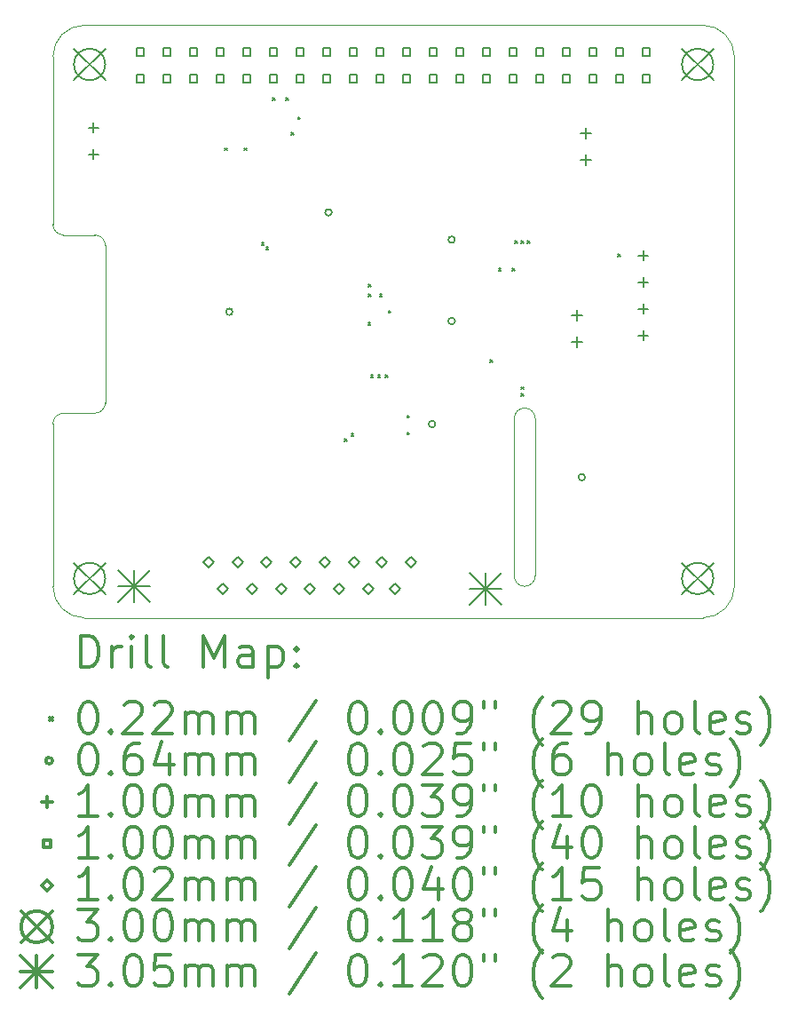
<source format=gbr>
%FSLAX45Y45*%
G04 Gerber Fmt 4.5, Leading zero omitted, Abs format (unit mm)*
G04 Created by KiCad (PCBNEW 4.0.7-e1-6374~58~ubuntu16.04.1) date Tue Aug 22 17:37:20 2017*
%MOMM*%
%LPD*%
G01*
G04 APERTURE LIST*
%ADD10C,0.127000*%
%ADD11C,0.100000*%
%ADD12C,0.200000*%
%ADD13C,0.300000*%
G04 APERTURE END LIST*
D10*
D11*
X15092000Y-10857000D02*
G75*
G03X14992000Y-10757000I-100000J0D01*
G01*
X14992000Y-10757000D02*
G75*
G03X14892000Y-10857000I0J-100000D01*
G01*
X10492000Y-10907000D02*
X10492000Y-12457000D01*
X10492000Y-9007000D02*
X10492000Y-7407000D01*
X10892000Y-10807000D02*
X10592000Y-10807000D01*
X10992000Y-9207000D02*
X10992000Y-10707000D01*
X10592000Y-9107000D02*
X10892000Y-9107000D01*
X10892000Y-10807000D02*
G75*
G03X10992000Y-10707000I0J100000D01*
G01*
X10992000Y-9207000D02*
G75*
G03X10892000Y-9107000I-100000J0D01*
G01*
X10592000Y-10807000D02*
G75*
G03X10492000Y-10907000I0J-100000D01*
G01*
X10492000Y-9007000D02*
G75*
G03X10592000Y-9107000I100000J0D01*
G01*
X14892000Y-12357000D02*
X14892000Y-10857000D01*
X15092000Y-10857000D02*
X15092000Y-12357000D01*
X14992000Y-12457000D02*
G75*
G03X15092000Y-12357000I0J100000D01*
G01*
X14892000Y-12357000D02*
G75*
G03X14992000Y-12457000I100000J0D01*
G01*
X16692000Y-12757000D02*
X10792000Y-12757000D01*
X16992000Y-7407000D02*
X16992000Y-12457000D01*
X10792000Y-7107000D02*
X16692000Y-7107000D01*
X16692000Y-12757000D02*
G75*
G03X16992000Y-12457000I0J300000D01*
G01*
X10792000Y-7107000D02*
G75*
G03X10492000Y-7407000I0J-300000D01*
G01*
X16992000Y-7407000D02*
G75*
G03X16692000Y-7107000I-300000J0D01*
G01*
X10492000Y-12457000D02*
G75*
G03X10792000Y-12757000I300000J0D01*
G01*
D12*
X12130000Y-8280000D02*
X12152000Y-8302000D01*
X12152000Y-8280000D02*
X12130000Y-8302000D01*
X12320000Y-8280000D02*
X12342000Y-8302000D01*
X12342000Y-8280000D02*
X12320000Y-8302000D01*
X12481000Y-9181000D02*
X12503000Y-9203000D01*
X12503000Y-9181000D02*
X12481000Y-9203000D01*
X12524000Y-9224000D02*
X12546000Y-9246000D01*
X12546000Y-9224000D02*
X12524000Y-9246000D01*
X12586000Y-7802000D02*
X12608000Y-7824000D01*
X12608000Y-7802000D02*
X12586000Y-7824000D01*
X12715000Y-7802000D02*
X12737000Y-7824000D01*
X12737000Y-7802000D02*
X12715000Y-7824000D01*
X12765000Y-8130891D02*
X12787000Y-8152891D01*
X12787000Y-8130891D02*
X12765000Y-8152891D01*
X12830000Y-7980891D02*
X12852000Y-8002891D01*
X12852000Y-7980891D02*
X12830000Y-8002891D01*
X13272000Y-11053000D02*
X13294000Y-11075000D01*
X13294000Y-11053000D02*
X13272000Y-11075000D01*
X13337000Y-10999000D02*
X13359000Y-11021000D01*
X13359000Y-10999000D02*
X13337000Y-11021000D01*
X13499000Y-9940000D02*
X13521000Y-9962000D01*
X13521000Y-9940000D02*
X13499000Y-9962000D01*
X13504000Y-9580001D02*
X13526000Y-9602001D01*
X13526000Y-9580001D02*
X13504000Y-9602001D01*
X13504000Y-9673000D02*
X13526000Y-9695000D01*
X13526000Y-9673000D02*
X13504000Y-9695000D01*
X13525000Y-10443000D02*
X13547000Y-10465000D01*
X13547000Y-10443000D02*
X13525000Y-10465000D01*
X13592000Y-10443000D02*
X13614000Y-10465000D01*
X13614000Y-10443000D02*
X13592000Y-10465000D01*
X13608000Y-9671000D02*
X13630000Y-9693000D01*
X13630000Y-9671000D02*
X13608000Y-9693000D01*
X13662000Y-10442000D02*
X13684000Y-10464000D01*
X13684000Y-10442000D02*
X13662000Y-10464000D01*
X13695000Y-9829000D02*
X13717000Y-9851000D01*
X13717000Y-9829000D02*
X13695000Y-9851000D01*
X13870000Y-10828000D02*
X13892000Y-10850000D01*
X13892000Y-10828000D02*
X13870000Y-10850000D01*
X13870000Y-10988000D02*
X13892000Y-11010000D01*
X13892000Y-10988000D02*
X13870000Y-11010000D01*
X14662000Y-10299000D02*
X14684000Y-10321000D01*
X14684000Y-10299000D02*
X14662000Y-10321000D01*
X14742340Y-9425000D02*
X14764340Y-9447000D01*
X14764340Y-9425000D02*
X14742340Y-9447000D01*
X14873000Y-9425000D02*
X14895000Y-9447000D01*
X14895000Y-9425000D02*
X14873000Y-9447000D01*
X14901000Y-9163000D02*
X14923000Y-9185000D01*
X14923000Y-9163000D02*
X14901000Y-9185000D01*
X14957000Y-10557000D02*
X14979000Y-10579000D01*
X14979000Y-10557000D02*
X14957000Y-10579000D01*
X14957000Y-10622000D02*
X14979000Y-10644000D01*
X14979000Y-10622000D02*
X14957000Y-10644000D01*
X14958000Y-9163000D02*
X14980000Y-9185000D01*
X14980000Y-9163000D02*
X14958000Y-9185000D01*
X15016000Y-9163000D02*
X15038000Y-9185000D01*
X15038000Y-9163000D02*
X15016000Y-9185000D01*
X15881000Y-9290000D02*
X15903000Y-9312000D01*
X15903000Y-9290000D02*
X15881000Y-9312000D01*
X12206250Y-9839500D02*
G75*
G03X12206250Y-9839500I-31750J0D01*
G01*
X13152750Y-8893000D02*
G75*
G03X13152750Y-8893000I-31750J0D01*
G01*
X14139750Y-10910000D02*
G75*
G03X14139750Y-10910000I-31750J0D01*
G01*
X14326750Y-9152000D02*
G75*
G03X14326750Y-9152000I-31750J0D01*
G01*
X14326750Y-9928000D02*
G75*
G03X14326750Y-9928000I-31750J0D01*
G01*
X15567750Y-11416000D02*
G75*
G03X15567750Y-11416000I-31750J0D01*
G01*
X10880000Y-8032500D02*
X10880000Y-8132500D01*
X10830000Y-8082500D02*
X10930000Y-8082500D01*
X10880000Y-8286500D02*
X10880000Y-8386500D01*
X10830000Y-8336500D02*
X10930000Y-8336500D01*
X15491000Y-9821000D02*
X15491000Y-9921000D01*
X15441000Y-9871000D02*
X15541000Y-9871000D01*
X15491000Y-10075000D02*
X15491000Y-10175000D01*
X15441000Y-10125000D02*
X15541000Y-10125000D01*
X15572385Y-8087571D02*
X15572385Y-8187571D01*
X15522385Y-8137571D02*
X15622385Y-8137571D01*
X15572385Y-8341571D02*
X15572385Y-8441571D01*
X15522385Y-8391571D02*
X15622385Y-8391571D01*
X16122229Y-9251822D02*
X16122229Y-9351822D01*
X16072229Y-9301822D02*
X16172229Y-9301822D01*
X16122229Y-9505822D02*
X16122229Y-9605822D01*
X16072229Y-9555822D02*
X16172229Y-9555822D01*
X16122229Y-9759822D02*
X16122229Y-9859822D01*
X16072229Y-9809822D02*
X16172229Y-9809822D01*
X16122229Y-10013822D02*
X16122229Y-10113822D01*
X16072229Y-10063822D02*
X16172229Y-10063822D01*
X11362382Y-7398382D02*
X11362382Y-7327617D01*
X11291617Y-7327617D01*
X11291617Y-7398382D01*
X11362382Y-7398382D01*
X11362382Y-7652382D02*
X11362382Y-7581617D01*
X11291617Y-7581617D01*
X11291617Y-7652382D01*
X11362382Y-7652382D01*
X11616382Y-7398382D02*
X11616382Y-7327617D01*
X11545617Y-7327617D01*
X11545617Y-7398382D01*
X11616382Y-7398382D01*
X11616382Y-7652382D02*
X11616382Y-7581617D01*
X11545617Y-7581617D01*
X11545617Y-7652382D01*
X11616382Y-7652382D01*
X11870382Y-7398382D02*
X11870382Y-7327617D01*
X11799617Y-7327617D01*
X11799617Y-7398382D01*
X11870382Y-7398382D01*
X11870382Y-7652382D02*
X11870382Y-7581617D01*
X11799617Y-7581617D01*
X11799617Y-7652382D01*
X11870382Y-7652382D01*
X12124382Y-7398382D02*
X12124382Y-7327617D01*
X12053617Y-7327617D01*
X12053617Y-7398382D01*
X12124382Y-7398382D01*
X12124382Y-7652382D02*
X12124382Y-7581617D01*
X12053617Y-7581617D01*
X12053617Y-7652382D01*
X12124382Y-7652382D01*
X12378382Y-7398382D02*
X12378382Y-7327617D01*
X12307617Y-7327617D01*
X12307617Y-7398382D01*
X12378382Y-7398382D01*
X12378382Y-7652382D02*
X12378382Y-7581617D01*
X12307617Y-7581617D01*
X12307617Y-7652382D01*
X12378382Y-7652382D01*
X12632382Y-7398382D02*
X12632382Y-7327617D01*
X12561617Y-7327617D01*
X12561617Y-7398382D01*
X12632382Y-7398382D01*
X12632382Y-7652382D02*
X12632382Y-7581617D01*
X12561617Y-7581617D01*
X12561617Y-7652382D01*
X12632382Y-7652382D01*
X12886382Y-7398382D02*
X12886382Y-7327617D01*
X12815617Y-7327617D01*
X12815617Y-7398382D01*
X12886382Y-7398382D01*
X12886382Y-7652382D02*
X12886382Y-7581617D01*
X12815617Y-7581617D01*
X12815617Y-7652382D01*
X12886382Y-7652382D01*
X13140382Y-7398382D02*
X13140382Y-7327617D01*
X13069617Y-7327617D01*
X13069617Y-7398382D01*
X13140382Y-7398382D01*
X13140382Y-7652382D02*
X13140382Y-7581617D01*
X13069617Y-7581617D01*
X13069617Y-7652382D01*
X13140382Y-7652382D01*
X13394382Y-7398382D02*
X13394382Y-7327617D01*
X13323617Y-7327617D01*
X13323617Y-7398382D01*
X13394382Y-7398382D01*
X13394382Y-7652382D02*
X13394382Y-7581617D01*
X13323617Y-7581617D01*
X13323617Y-7652382D01*
X13394382Y-7652382D01*
X13648382Y-7398382D02*
X13648382Y-7327617D01*
X13577617Y-7327617D01*
X13577617Y-7398382D01*
X13648382Y-7398382D01*
X13648382Y-7652382D02*
X13648382Y-7581617D01*
X13577617Y-7581617D01*
X13577617Y-7652382D01*
X13648382Y-7652382D01*
X13902382Y-7398382D02*
X13902382Y-7327617D01*
X13831617Y-7327617D01*
X13831617Y-7398382D01*
X13902382Y-7398382D01*
X13902382Y-7652382D02*
X13902382Y-7581617D01*
X13831617Y-7581617D01*
X13831617Y-7652382D01*
X13902382Y-7652382D01*
X14156382Y-7398382D02*
X14156382Y-7327617D01*
X14085617Y-7327617D01*
X14085617Y-7398382D01*
X14156382Y-7398382D01*
X14156382Y-7652382D02*
X14156382Y-7581617D01*
X14085617Y-7581617D01*
X14085617Y-7652382D01*
X14156382Y-7652382D01*
X14410382Y-7398382D02*
X14410382Y-7327617D01*
X14339617Y-7327617D01*
X14339617Y-7398382D01*
X14410382Y-7398382D01*
X14410382Y-7652382D02*
X14410382Y-7581617D01*
X14339617Y-7581617D01*
X14339617Y-7652382D01*
X14410382Y-7652382D01*
X14664382Y-7398382D02*
X14664382Y-7327617D01*
X14593617Y-7327617D01*
X14593617Y-7398382D01*
X14664382Y-7398382D01*
X14664382Y-7652382D02*
X14664382Y-7581617D01*
X14593617Y-7581617D01*
X14593617Y-7652382D01*
X14664382Y-7652382D01*
X14918382Y-7398382D02*
X14918382Y-7327617D01*
X14847617Y-7327617D01*
X14847617Y-7398382D01*
X14918382Y-7398382D01*
X14918382Y-7652382D02*
X14918382Y-7581617D01*
X14847617Y-7581617D01*
X14847617Y-7652382D01*
X14918382Y-7652382D01*
X15172382Y-7398382D02*
X15172382Y-7327617D01*
X15101617Y-7327617D01*
X15101617Y-7398382D01*
X15172382Y-7398382D01*
X15172382Y-7652382D02*
X15172382Y-7581617D01*
X15101617Y-7581617D01*
X15101617Y-7652382D01*
X15172382Y-7652382D01*
X15426382Y-7398382D02*
X15426382Y-7327617D01*
X15355617Y-7327617D01*
X15355617Y-7398382D01*
X15426382Y-7398382D01*
X15426382Y-7652382D02*
X15426382Y-7581617D01*
X15355617Y-7581617D01*
X15355617Y-7652382D01*
X15426382Y-7652382D01*
X15680382Y-7398382D02*
X15680382Y-7327617D01*
X15609617Y-7327617D01*
X15609617Y-7398382D01*
X15680382Y-7398382D01*
X15680382Y-7652382D02*
X15680382Y-7581617D01*
X15609617Y-7581617D01*
X15609617Y-7652382D01*
X15680382Y-7652382D01*
X15934382Y-7398382D02*
X15934382Y-7327617D01*
X15863617Y-7327617D01*
X15863617Y-7398382D01*
X15934382Y-7398382D01*
X15934382Y-7652382D02*
X15934382Y-7581617D01*
X15863617Y-7581617D01*
X15863617Y-7652382D01*
X15934382Y-7652382D01*
X16188382Y-7398382D02*
X16188382Y-7327617D01*
X16117617Y-7327617D01*
X16117617Y-7398382D01*
X16188382Y-7398382D01*
X16188382Y-7652382D02*
X16188382Y-7581617D01*
X16117617Y-7581617D01*
X16117617Y-7652382D01*
X16188382Y-7652382D01*
X11979000Y-12279000D02*
X12030000Y-12228000D01*
X11979000Y-12177000D01*
X11928000Y-12228000D01*
X11979000Y-12279000D01*
X12116000Y-12533000D02*
X12167000Y-12482000D01*
X12116000Y-12431000D01*
X12065000Y-12482000D01*
X12116000Y-12533000D01*
X12258000Y-12279000D02*
X12309000Y-12228000D01*
X12258000Y-12177000D01*
X12207000Y-12228000D01*
X12258000Y-12279000D01*
X12390000Y-12533000D02*
X12441000Y-12482000D01*
X12390000Y-12431000D01*
X12339000Y-12482000D01*
X12390000Y-12533000D01*
X12525000Y-12279000D02*
X12576000Y-12228000D01*
X12525000Y-12177000D01*
X12474000Y-12228000D01*
X12525000Y-12279000D01*
X12669000Y-12533000D02*
X12720000Y-12482000D01*
X12669000Y-12431000D01*
X12618000Y-12482000D01*
X12669000Y-12533000D01*
X12804000Y-12279000D02*
X12855000Y-12228000D01*
X12804000Y-12177000D01*
X12753000Y-12228000D01*
X12804000Y-12279000D01*
X12944000Y-12533000D02*
X12995000Y-12482000D01*
X12944000Y-12431000D01*
X12893000Y-12482000D01*
X12944000Y-12533000D01*
X13084000Y-12279000D02*
X13135000Y-12228000D01*
X13084000Y-12177000D01*
X13033000Y-12228000D01*
X13084000Y-12279000D01*
X13218000Y-12533000D02*
X13269000Y-12482000D01*
X13218000Y-12431000D01*
X13167000Y-12482000D01*
X13218000Y-12533000D01*
X13363000Y-12279000D02*
X13414000Y-12228000D01*
X13363000Y-12177000D01*
X13312000Y-12228000D01*
X13363000Y-12279000D01*
X13498000Y-12533000D02*
X13549000Y-12482000D01*
X13498000Y-12431000D01*
X13447000Y-12482000D01*
X13498000Y-12533000D01*
X13630000Y-12279000D02*
X13681000Y-12228000D01*
X13630000Y-12177000D01*
X13579000Y-12228000D01*
X13630000Y-12279000D01*
X13752000Y-12533000D02*
X13803000Y-12482000D01*
X13752000Y-12431000D01*
X13701000Y-12482000D01*
X13752000Y-12533000D01*
X13909000Y-12279000D02*
X13960000Y-12228000D01*
X13909000Y-12177000D01*
X13858000Y-12228000D01*
X13909000Y-12279000D01*
X10692013Y-7332013D02*
X10991987Y-7631987D01*
X10991987Y-7332013D02*
X10692013Y-7631987D01*
X10991987Y-7482000D02*
G75*
G03X10991987Y-7482000I-149987J0D01*
G01*
X10692013Y-12232013D02*
X10991987Y-12531987D01*
X10991987Y-12232013D02*
X10692013Y-12531987D01*
X10991987Y-12382000D02*
G75*
G03X10991987Y-12382000I-149987J0D01*
G01*
X16492013Y-7332013D02*
X16791987Y-7631987D01*
X16791987Y-7332013D02*
X16492013Y-7631987D01*
X16791987Y-7482000D02*
G75*
G03X16791987Y-7482000I-149987J0D01*
G01*
X16492013Y-12232013D02*
X16791987Y-12531987D01*
X16791987Y-12232013D02*
X16492013Y-12531987D01*
X16791987Y-12382000D02*
G75*
G03X16791987Y-12382000I-149987J0D01*
G01*
X11114500Y-12304500D02*
X11419500Y-12609500D01*
X11419500Y-12304500D02*
X11114500Y-12609500D01*
X11267000Y-12304500D02*
X11267000Y-12609500D01*
X11114500Y-12457000D02*
X11419500Y-12457000D01*
X14467500Y-12329500D02*
X14772500Y-12634500D01*
X14772500Y-12329500D02*
X14467500Y-12634500D01*
X14620000Y-12329500D02*
X14620000Y-12634500D01*
X14467500Y-12482000D02*
X14772500Y-12482000D01*
D13*
X10758429Y-13227714D02*
X10758429Y-12927714D01*
X10829857Y-12927714D01*
X10872714Y-12942000D01*
X10901286Y-12970571D01*
X10915571Y-12999143D01*
X10929857Y-13056286D01*
X10929857Y-13099143D01*
X10915571Y-13156286D01*
X10901286Y-13184857D01*
X10872714Y-13213429D01*
X10829857Y-13227714D01*
X10758429Y-13227714D01*
X11058429Y-13227714D02*
X11058429Y-13027714D01*
X11058429Y-13084857D02*
X11072714Y-13056286D01*
X11087000Y-13042000D01*
X11115571Y-13027714D01*
X11144143Y-13027714D01*
X11244143Y-13227714D02*
X11244143Y-13027714D01*
X11244143Y-12927714D02*
X11229857Y-12942000D01*
X11244143Y-12956286D01*
X11258428Y-12942000D01*
X11244143Y-12927714D01*
X11244143Y-12956286D01*
X11429857Y-13227714D02*
X11401286Y-13213429D01*
X11387000Y-13184857D01*
X11387000Y-12927714D01*
X11587000Y-13227714D02*
X11558428Y-13213429D01*
X11544143Y-13184857D01*
X11544143Y-12927714D01*
X11929857Y-13227714D02*
X11929857Y-12927714D01*
X12029857Y-13142000D01*
X12129857Y-12927714D01*
X12129857Y-13227714D01*
X12401286Y-13227714D02*
X12401286Y-13070571D01*
X12387000Y-13042000D01*
X12358428Y-13027714D01*
X12301286Y-13027714D01*
X12272714Y-13042000D01*
X12401286Y-13213429D02*
X12372714Y-13227714D01*
X12301286Y-13227714D01*
X12272714Y-13213429D01*
X12258428Y-13184857D01*
X12258428Y-13156286D01*
X12272714Y-13127714D01*
X12301286Y-13113429D01*
X12372714Y-13113429D01*
X12401286Y-13099143D01*
X12544143Y-13027714D02*
X12544143Y-13327714D01*
X12544143Y-13042000D02*
X12572714Y-13027714D01*
X12629857Y-13027714D01*
X12658428Y-13042000D01*
X12672714Y-13056286D01*
X12687000Y-13084857D01*
X12687000Y-13170571D01*
X12672714Y-13199143D01*
X12658428Y-13213429D01*
X12629857Y-13227714D01*
X12572714Y-13227714D01*
X12544143Y-13213429D01*
X12815571Y-13199143D02*
X12829857Y-13213429D01*
X12815571Y-13227714D01*
X12801286Y-13213429D01*
X12815571Y-13199143D01*
X12815571Y-13227714D01*
X12815571Y-13042000D02*
X12829857Y-13056286D01*
X12815571Y-13070571D01*
X12801286Y-13056286D01*
X12815571Y-13042000D01*
X12815571Y-13070571D01*
X10465000Y-13711000D02*
X10487000Y-13733000D01*
X10487000Y-13711000D02*
X10465000Y-13733000D01*
X10815571Y-13557714D02*
X10844143Y-13557714D01*
X10872714Y-13572000D01*
X10887000Y-13586286D01*
X10901286Y-13614857D01*
X10915571Y-13672000D01*
X10915571Y-13743429D01*
X10901286Y-13800571D01*
X10887000Y-13829143D01*
X10872714Y-13843429D01*
X10844143Y-13857714D01*
X10815571Y-13857714D01*
X10787000Y-13843429D01*
X10772714Y-13829143D01*
X10758429Y-13800571D01*
X10744143Y-13743429D01*
X10744143Y-13672000D01*
X10758429Y-13614857D01*
X10772714Y-13586286D01*
X10787000Y-13572000D01*
X10815571Y-13557714D01*
X11044143Y-13829143D02*
X11058429Y-13843429D01*
X11044143Y-13857714D01*
X11029857Y-13843429D01*
X11044143Y-13829143D01*
X11044143Y-13857714D01*
X11172714Y-13586286D02*
X11187000Y-13572000D01*
X11215571Y-13557714D01*
X11287000Y-13557714D01*
X11315571Y-13572000D01*
X11329857Y-13586286D01*
X11344143Y-13614857D01*
X11344143Y-13643429D01*
X11329857Y-13686286D01*
X11158428Y-13857714D01*
X11344143Y-13857714D01*
X11458428Y-13586286D02*
X11472714Y-13572000D01*
X11501286Y-13557714D01*
X11572714Y-13557714D01*
X11601286Y-13572000D01*
X11615571Y-13586286D01*
X11629857Y-13614857D01*
X11629857Y-13643429D01*
X11615571Y-13686286D01*
X11444143Y-13857714D01*
X11629857Y-13857714D01*
X11758428Y-13857714D02*
X11758428Y-13657714D01*
X11758428Y-13686286D02*
X11772714Y-13672000D01*
X11801286Y-13657714D01*
X11844143Y-13657714D01*
X11872714Y-13672000D01*
X11887000Y-13700571D01*
X11887000Y-13857714D01*
X11887000Y-13700571D02*
X11901286Y-13672000D01*
X11929857Y-13657714D01*
X11972714Y-13657714D01*
X12001286Y-13672000D01*
X12015571Y-13700571D01*
X12015571Y-13857714D01*
X12158428Y-13857714D02*
X12158428Y-13657714D01*
X12158428Y-13686286D02*
X12172714Y-13672000D01*
X12201286Y-13657714D01*
X12244143Y-13657714D01*
X12272714Y-13672000D01*
X12287000Y-13700571D01*
X12287000Y-13857714D01*
X12287000Y-13700571D02*
X12301286Y-13672000D01*
X12329857Y-13657714D01*
X12372714Y-13657714D01*
X12401286Y-13672000D01*
X12415571Y-13700571D01*
X12415571Y-13857714D01*
X13001286Y-13543429D02*
X12744143Y-13929143D01*
X13387000Y-13557714D02*
X13415571Y-13557714D01*
X13444143Y-13572000D01*
X13458428Y-13586286D01*
X13472714Y-13614857D01*
X13487000Y-13672000D01*
X13487000Y-13743429D01*
X13472714Y-13800571D01*
X13458428Y-13829143D01*
X13444143Y-13843429D01*
X13415571Y-13857714D01*
X13387000Y-13857714D01*
X13358428Y-13843429D01*
X13344143Y-13829143D01*
X13329857Y-13800571D01*
X13315571Y-13743429D01*
X13315571Y-13672000D01*
X13329857Y-13614857D01*
X13344143Y-13586286D01*
X13358428Y-13572000D01*
X13387000Y-13557714D01*
X13615571Y-13829143D02*
X13629857Y-13843429D01*
X13615571Y-13857714D01*
X13601286Y-13843429D01*
X13615571Y-13829143D01*
X13615571Y-13857714D01*
X13815571Y-13557714D02*
X13844143Y-13557714D01*
X13872714Y-13572000D01*
X13887000Y-13586286D01*
X13901285Y-13614857D01*
X13915571Y-13672000D01*
X13915571Y-13743429D01*
X13901285Y-13800571D01*
X13887000Y-13829143D01*
X13872714Y-13843429D01*
X13844143Y-13857714D01*
X13815571Y-13857714D01*
X13787000Y-13843429D01*
X13772714Y-13829143D01*
X13758428Y-13800571D01*
X13744143Y-13743429D01*
X13744143Y-13672000D01*
X13758428Y-13614857D01*
X13772714Y-13586286D01*
X13787000Y-13572000D01*
X13815571Y-13557714D01*
X14101285Y-13557714D02*
X14129857Y-13557714D01*
X14158428Y-13572000D01*
X14172714Y-13586286D01*
X14187000Y-13614857D01*
X14201285Y-13672000D01*
X14201285Y-13743429D01*
X14187000Y-13800571D01*
X14172714Y-13829143D01*
X14158428Y-13843429D01*
X14129857Y-13857714D01*
X14101285Y-13857714D01*
X14072714Y-13843429D01*
X14058428Y-13829143D01*
X14044143Y-13800571D01*
X14029857Y-13743429D01*
X14029857Y-13672000D01*
X14044143Y-13614857D01*
X14058428Y-13586286D01*
X14072714Y-13572000D01*
X14101285Y-13557714D01*
X14344143Y-13857714D02*
X14401285Y-13857714D01*
X14429857Y-13843429D01*
X14444143Y-13829143D01*
X14472714Y-13786286D01*
X14487000Y-13729143D01*
X14487000Y-13614857D01*
X14472714Y-13586286D01*
X14458428Y-13572000D01*
X14429857Y-13557714D01*
X14372714Y-13557714D01*
X14344143Y-13572000D01*
X14329857Y-13586286D01*
X14315571Y-13614857D01*
X14315571Y-13686286D01*
X14329857Y-13714857D01*
X14344143Y-13729143D01*
X14372714Y-13743429D01*
X14429857Y-13743429D01*
X14458428Y-13729143D01*
X14472714Y-13714857D01*
X14487000Y-13686286D01*
X14601286Y-13557714D02*
X14601286Y-13614857D01*
X14715571Y-13557714D02*
X14715571Y-13614857D01*
X15158428Y-13972000D02*
X15144143Y-13957714D01*
X15115571Y-13914857D01*
X15101285Y-13886286D01*
X15087000Y-13843429D01*
X15072714Y-13772000D01*
X15072714Y-13714857D01*
X15087000Y-13643429D01*
X15101285Y-13600571D01*
X15115571Y-13572000D01*
X15144143Y-13529143D01*
X15158428Y-13514857D01*
X15258428Y-13586286D02*
X15272714Y-13572000D01*
X15301285Y-13557714D01*
X15372714Y-13557714D01*
X15401285Y-13572000D01*
X15415571Y-13586286D01*
X15429857Y-13614857D01*
X15429857Y-13643429D01*
X15415571Y-13686286D01*
X15244143Y-13857714D01*
X15429857Y-13857714D01*
X15572714Y-13857714D02*
X15629857Y-13857714D01*
X15658428Y-13843429D01*
X15672714Y-13829143D01*
X15701285Y-13786286D01*
X15715571Y-13729143D01*
X15715571Y-13614857D01*
X15701285Y-13586286D01*
X15687000Y-13572000D01*
X15658428Y-13557714D01*
X15601285Y-13557714D01*
X15572714Y-13572000D01*
X15558428Y-13586286D01*
X15544143Y-13614857D01*
X15544143Y-13686286D01*
X15558428Y-13714857D01*
X15572714Y-13729143D01*
X15601285Y-13743429D01*
X15658428Y-13743429D01*
X15687000Y-13729143D01*
X15701285Y-13714857D01*
X15715571Y-13686286D01*
X16072714Y-13857714D02*
X16072714Y-13557714D01*
X16201285Y-13857714D02*
X16201285Y-13700571D01*
X16187000Y-13672000D01*
X16158428Y-13657714D01*
X16115571Y-13657714D01*
X16087000Y-13672000D01*
X16072714Y-13686286D01*
X16387000Y-13857714D02*
X16358428Y-13843429D01*
X16344143Y-13829143D01*
X16329857Y-13800571D01*
X16329857Y-13714857D01*
X16344143Y-13686286D01*
X16358428Y-13672000D01*
X16387000Y-13657714D01*
X16429857Y-13657714D01*
X16458428Y-13672000D01*
X16472714Y-13686286D01*
X16487000Y-13714857D01*
X16487000Y-13800571D01*
X16472714Y-13829143D01*
X16458428Y-13843429D01*
X16429857Y-13857714D01*
X16387000Y-13857714D01*
X16658428Y-13857714D02*
X16629857Y-13843429D01*
X16615571Y-13814857D01*
X16615571Y-13557714D01*
X16887000Y-13843429D02*
X16858429Y-13857714D01*
X16801286Y-13857714D01*
X16772714Y-13843429D01*
X16758428Y-13814857D01*
X16758428Y-13700571D01*
X16772714Y-13672000D01*
X16801286Y-13657714D01*
X16858429Y-13657714D01*
X16887000Y-13672000D01*
X16901286Y-13700571D01*
X16901286Y-13729143D01*
X16758428Y-13757714D01*
X17015571Y-13843429D02*
X17044143Y-13857714D01*
X17101286Y-13857714D01*
X17129857Y-13843429D01*
X17144143Y-13814857D01*
X17144143Y-13800571D01*
X17129857Y-13772000D01*
X17101286Y-13757714D01*
X17058429Y-13757714D01*
X17029857Y-13743429D01*
X17015571Y-13714857D01*
X17015571Y-13700571D01*
X17029857Y-13672000D01*
X17058429Y-13657714D01*
X17101286Y-13657714D01*
X17129857Y-13672000D01*
X17244143Y-13972000D02*
X17258429Y-13957714D01*
X17287000Y-13914857D01*
X17301286Y-13886286D01*
X17315571Y-13843429D01*
X17329857Y-13772000D01*
X17329857Y-13714857D01*
X17315571Y-13643429D01*
X17301286Y-13600571D01*
X17287000Y-13572000D01*
X17258429Y-13529143D01*
X17244143Y-13514857D01*
X10487000Y-14118000D02*
G75*
G03X10487000Y-14118000I-31750J0D01*
G01*
X10815571Y-13953714D02*
X10844143Y-13953714D01*
X10872714Y-13968000D01*
X10887000Y-13982286D01*
X10901286Y-14010857D01*
X10915571Y-14068000D01*
X10915571Y-14139429D01*
X10901286Y-14196571D01*
X10887000Y-14225143D01*
X10872714Y-14239429D01*
X10844143Y-14253714D01*
X10815571Y-14253714D01*
X10787000Y-14239429D01*
X10772714Y-14225143D01*
X10758429Y-14196571D01*
X10744143Y-14139429D01*
X10744143Y-14068000D01*
X10758429Y-14010857D01*
X10772714Y-13982286D01*
X10787000Y-13968000D01*
X10815571Y-13953714D01*
X11044143Y-14225143D02*
X11058429Y-14239429D01*
X11044143Y-14253714D01*
X11029857Y-14239429D01*
X11044143Y-14225143D01*
X11044143Y-14253714D01*
X11315571Y-13953714D02*
X11258428Y-13953714D01*
X11229857Y-13968000D01*
X11215571Y-13982286D01*
X11187000Y-14025143D01*
X11172714Y-14082286D01*
X11172714Y-14196571D01*
X11187000Y-14225143D01*
X11201286Y-14239429D01*
X11229857Y-14253714D01*
X11287000Y-14253714D01*
X11315571Y-14239429D01*
X11329857Y-14225143D01*
X11344143Y-14196571D01*
X11344143Y-14125143D01*
X11329857Y-14096571D01*
X11315571Y-14082286D01*
X11287000Y-14068000D01*
X11229857Y-14068000D01*
X11201286Y-14082286D01*
X11187000Y-14096571D01*
X11172714Y-14125143D01*
X11601286Y-14053714D02*
X11601286Y-14253714D01*
X11529857Y-13939429D02*
X11458428Y-14153714D01*
X11644143Y-14153714D01*
X11758428Y-14253714D02*
X11758428Y-14053714D01*
X11758428Y-14082286D02*
X11772714Y-14068000D01*
X11801286Y-14053714D01*
X11844143Y-14053714D01*
X11872714Y-14068000D01*
X11887000Y-14096571D01*
X11887000Y-14253714D01*
X11887000Y-14096571D02*
X11901286Y-14068000D01*
X11929857Y-14053714D01*
X11972714Y-14053714D01*
X12001286Y-14068000D01*
X12015571Y-14096571D01*
X12015571Y-14253714D01*
X12158428Y-14253714D02*
X12158428Y-14053714D01*
X12158428Y-14082286D02*
X12172714Y-14068000D01*
X12201286Y-14053714D01*
X12244143Y-14053714D01*
X12272714Y-14068000D01*
X12287000Y-14096571D01*
X12287000Y-14253714D01*
X12287000Y-14096571D02*
X12301286Y-14068000D01*
X12329857Y-14053714D01*
X12372714Y-14053714D01*
X12401286Y-14068000D01*
X12415571Y-14096571D01*
X12415571Y-14253714D01*
X13001286Y-13939429D02*
X12744143Y-14325143D01*
X13387000Y-13953714D02*
X13415571Y-13953714D01*
X13444143Y-13968000D01*
X13458428Y-13982286D01*
X13472714Y-14010857D01*
X13487000Y-14068000D01*
X13487000Y-14139429D01*
X13472714Y-14196571D01*
X13458428Y-14225143D01*
X13444143Y-14239429D01*
X13415571Y-14253714D01*
X13387000Y-14253714D01*
X13358428Y-14239429D01*
X13344143Y-14225143D01*
X13329857Y-14196571D01*
X13315571Y-14139429D01*
X13315571Y-14068000D01*
X13329857Y-14010857D01*
X13344143Y-13982286D01*
X13358428Y-13968000D01*
X13387000Y-13953714D01*
X13615571Y-14225143D02*
X13629857Y-14239429D01*
X13615571Y-14253714D01*
X13601286Y-14239429D01*
X13615571Y-14225143D01*
X13615571Y-14253714D01*
X13815571Y-13953714D02*
X13844143Y-13953714D01*
X13872714Y-13968000D01*
X13887000Y-13982286D01*
X13901285Y-14010857D01*
X13915571Y-14068000D01*
X13915571Y-14139429D01*
X13901285Y-14196571D01*
X13887000Y-14225143D01*
X13872714Y-14239429D01*
X13844143Y-14253714D01*
X13815571Y-14253714D01*
X13787000Y-14239429D01*
X13772714Y-14225143D01*
X13758428Y-14196571D01*
X13744143Y-14139429D01*
X13744143Y-14068000D01*
X13758428Y-14010857D01*
X13772714Y-13982286D01*
X13787000Y-13968000D01*
X13815571Y-13953714D01*
X14029857Y-13982286D02*
X14044143Y-13968000D01*
X14072714Y-13953714D01*
X14144143Y-13953714D01*
X14172714Y-13968000D01*
X14187000Y-13982286D01*
X14201285Y-14010857D01*
X14201285Y-14039429D01*
X14187000Y-14082286D01*
X14015571Y-14253714D01*
X14201285Y-14253714D01*
X14472714Y-13953714D02*
X14329857Y-13953714D01*
X14315571Y-14096571D01*
X14329857Y-14082286D01*
X14358428Y-14068000D01*
X14429857Y-14068000D01*
X14458428Y-14082286D01*
X14472714Y-14096571D01*
X14487000Y-14125143D01*
X14487000Y-14196571D01*
X14472714Y-14225143D01*
X14458428Y-14239429D01*
X14429857Y-14253714D01*
X14358428Y-14253714D01*
X14329857Y-14239429D01*
X14315571Y-14225143D01*
X14601286Y-13953714D02*
X14601286Y-14010857D01*
X14715571Y-13953714D02*
X14715571Y-14010857D01*
X15158428Y-14368000D02*
X15144143Y-14353714D01*
X15115571Y-14310857D01*
X15101285Y-14282286D01*
X15087000Y-14239429D01*
X15072714Y-14168000D01*
X15072714Y-14110857D01*
X15087000Y-14039429D01*
X15101285Y-13996571D01*
X15115571Y-13968000D01*
X15144143Y-13925143D01*
X15158428Y-13910857D01*
X15401285Y-13953714D02*
X15344143Y-13953714D01*
X15315571Y-13968000D01*
X15301285Y-13982286D01*
X15272714Y-14025143D01*
X15258428Y-14082286D01*
X15258428Y-14196571D01*
X15272714Y-14225143D01*
X15287000Y-14239429D01*
X15315571Y-14253714D01*
X15372714Y-14253714D01*
X15401285Y-14239429D01*
X15415571Y-14225143D01*
X15429857Y-14196571D01*
X15429857Y-14125143D01*
X15415571Y-14096571D01*
X15401285Y-14082286D01*
X15372714Y-14068000D01*
X15315571Y-14068000D01*
X15287000Y-14082286D01*
X15272714Y-14096571D01*
X15258428Y-14125143D01*
X15787000Y-14253714D02*
X15787000Y-13953714D01*
X15915571Y-14253714D02*
X15915571Y-14096571D01*
X15901285Y-14068000D01*
X15872714Y-14053714D01*
X15829857Y-14053714D01*
X15801285Y-14068000D01*
X15787000Y-14082286D01*
X16101285Y-14253714D02*
X16072714Y-14239429D01*
X16058428Y-14225143D01*
X16044143Y-14196571D01*
X16044143Y-14110857D01*
X16058428Y-14082286D01*
X16072714Y-14068000D01*
X16101285Y-14053714D01*
X16144143Y-14053714D01*
X16172714Y-14068000D01*
X16187000Y-14082286D01*
X16201285Y-14110857D01*
X16201285Y-14196571D01*
X16187000Y-14225143D01*
X16172714Y-14239429D01*
X16144143Y-14253714D01*
X16101285Y-14253714D01*
X16372714Y-14253714D02*
X16344143Y-14239429D01*
X16329857Y-14210857D01*
X16329857Y-13953714D01*
X16601286Y-14239429D02*
X16572714Y-14253714D01*
X16515571Y-14253714D01*
X16487000Y-14239429D01*
X16472714Y-14210857D01*
X16472714Y-14096571D01*
X16487000Y-14068000D01*
X16515571Y-14053714D01*
X16572714Y-14053714D01*
X16601286Y-14068000D01*
X16615571Y-14096571D01*
X16615571Y-14125143D01*
X16472714Y-14153714D01*
X16729857Y-14239429D02*
X16758428Y-14253714D01*
X16815571Y-14253714D01*
X16844143Y-14239429D01*
X16858429Y-14210857D01*
X16858429Y-14196571D01*
X16844143Y-14168000D01*
X16815571Y-14153714D01*
X16772714Y-14153714D01*
X16744143Y-14139429D01*
X16729857Y-14110857D01*
X16729857Y-14096571D01*
X16744143Y-14068000D01*
X16772714Y-14053714D01*
X16815571Y-14053714D01*
X16844143Y-14068000D01*
X16958428Y-14368000D02*
X16972714Y-14353714D01*
X17001286Y-14310857D01*
X17015571Y-14282286D01*
X17029857Y-14239429D01*
X17044143Y-14168000D01*
X17044143Y-14110857D01*
X17029857Y-14039429D01*
X17015571Y-13996571D01*
X17001286Y-13968000D01*
X16972714Y-13925143D01*
X16958428Y-13910857D01*
X10437000Y-14464000D02*
X10437000Y-14564000D01*
X10387000Y-14514000D02*
X10487000Y-14514000D01*
X10915571Y-14649714D02*
X10744143Y-14649714D01*
X10829857Y-14649714D02*
X10829857Y-14349714D01*
X10801286Y-14392571D01*
X10772714Y-14421143D01*
X10744143Y-14435429D01*
X11044143Y-14621143D02*
X11058429Y-14635429D01*
X11044143Y-14649714D01*
X11029857Y-14635429D01*
X11044143Y-14621143D01*
X11044143Y-14649714D01*
X11244143Y-14349714D02*
X11272714Y-14349714D01*
X11301286Y-14364000D01*
X11315571Y-14378286D01*
X11329857Y-14406857D01*
X11344143Y-14464000D01*
X11344143Y-14535429D01*
X11329857Y-14592571D01*
X11315571Y-14621143D01*
X11301286Y-14635429D01*
X11272714Y-14649714D01*
X11244143Y-14649714D01*
X11215571Y-14635429D01*
X11201286Y-14621143D01*
X11187000Y-14592571D01*
X11172714Y-14535429D01*
X11172714Y-14464000D01*
X11187000Y-14406857D01*
X11201286Y-14378286D01*
X11215571Y-14364000D01*
X11244143Y-14349714D01*
X11529857Y-14349714D02*
X11558428Y-14349714D01*
X11587000Y-14364000D01*
X11601286Y-14378286D01*
X11615571Y-14406857D01*
X11629857Y-14464000D01*
X11629857Y-14535429D01*
X11615571Y-14592571D01*
X11601286Y-14621143D01*
X11587000Y-14635429D01*
X11558428Y-14649714D01*
X11529857Y-14649714D01*
X11501286Y-14635429D01*
X11487000Y-14621143D01*
X11472714Y-14592571D01*
X11458428Y-14535429D01*
X11458428Y-14464000D01*
X11472714Y-14406857D01*
X11487000Y-14378286D01*
X11501286Y-14364000D01*
X11529857Y-14349714D01*
X11758428Y-14649714D02*
X11758428Y-14449714D01*
X11758428Y-14478286D02*
X11772714Y-14464000D01*
X11801286Y-14449714D01*
X11844143Y-14449714D01*
X11872714Y-14464000D01*
X11887000Y-14492571D01*
X11887000Y-14649714D01*
X11887000Y-14492571D02*
X11901286Y-14464000D01*
X11929857Y-14449714D01*
X11972714Y-14449714D01*
X12001286Y-14464000D01*
X12015571Y-14492571D01*
X12015571Y-14649714D01*
X12158428Y-14649714D02*
X12158428Y-14449714D01*
X12158428Y-14478286D02*
X12172714Y-14464000D01*
X12201286Y-14449714D01*
X12244143Y-14449714D01*
X12272714Y-14464000D01*
X12287000Y-14492571D01*
X12287000Y-14649714D01*
X12287000Y-14492571D02*
X12301286Y-14464000D01*
X12329857Y-14449714D01*
X12372714Y-14449714D01*
X12401286Y-14464000D01*
X12415571Y-14492571D01*
X12415571Y-14649714D01*
X13001286Y-14335429D02*
X12744143Y-14721143D01*
X13387000Y-14349714D02*
X13415571Y-14349714D01*
X13444143Y-14364000D01*
X13458428Y-14378286D01*
X13472714Y-14406857D01*
X13487000Y-14464000D01*
X13487000Y-14535429D01*
X13472714Y-14592571D01*
X13458428Y-14621143D01*
X13444143Y-14635429D01*
X13415571Y-14649714D01*
X13387000Y-14649714D01*
X13358428Y-14635429D01*
X13344143Y-14621143D01*
X13329857Y-14592571D01*
X13315571Y-14535429D01*
X13315571Y-14464000D01*
X13329857Y-14406857D01*
X13344143Y-14378286D01*
X13358428Y-14364000D01*
X13387000Y-14349714D01*
X13615571Y-14621143D02*
X13629857Y-14635429D01*
X13615571Y-14649714D01*
X13601286Y-14635429D01*
X13615571Y-14621143D01*
X13615571Y-14649714D01*
X13815571Y-14349714D02*
X13844143Y-14349714D01*
X13872714Y-14364000D01*
X13887000Y-14378286D01*
X13901285Y-14406857D01*
X13915571Y-14464000D01*
X13915571Y-14535429D01*
X13901285Y-14592571D01*
X13887000Y-14621143D01*
X13872714Y-14635429D01*
X13844143Y-14649714D01*
X13815571Y-14649714D01*
X13787000Y-14635429D01*
X13772714Y-14621143D01*
X13758428Y-14592571D01*
X13744143Y-14535429D01*
X13744143Y-14464000D01*
X13758428Y-14406857D01*
X13772714Y-14378286D01*
X13787000Y-14364000D01*
X13815571Y-14349714D01*
X14015571Y-14349714D02*
X14201285Y-14349714D01*
X14101285Y-14464000D01*
X14144143Y-14464000D01*
X14172714Y-14478286D01*
X14187000Y-14492571D01*
X14201285Y-14521143D01*
X14201285Y-14592571D01*
X14187000Y-14621143D01*
X14172714Y-14635429D01*
X14144143Y-14649714D01*
X14058428Y-14649714D01*
X14029857Y-14635429D01*
X14015571Y-14621143D01*
X14344143Y-14649714D02*
X14401285Y-14649714D01*
X14429857Y-14635429D01*
X14444143Y-14621143D01*
X14472714Y-14578286D01*
X14487000Y-14521143D01*
X14487000Y-14406857D01*
X14472714Y-14378286D01*
X14458428Y-14364000D01*
X14429857Y-14349714D01*
X14372714Y-14349714D01*
X14344143Y-14364000D01*
X14329857Y-14378286D01*
X14315571Y-14406857D01*
X14315571Y-14478286D01*
X14329857Y-14506857D01*
X14344143Y-14521143D01*
X14372714Y-14535429D01*
X14429857Y-14535429D01*
X14458428Y-14521143D01*
X14472714Y-14506857D01*
X14487000Y-14478286D01*
X14601286Y-14349714D02*
X14601286Y-14406857D01*
X14715571Y-14349714D02*
X14715571Y-14406857D01*
X15158428Y-14764000D02*
X15144143Y-14749714D01*
X15115571Y-14706857D01*
X15101285Y-14678286D01*
X15087000Y-14635429D01*
X15072714Y-14564000D01*
X15072714Y-14506857D01*
X15087000Y-14435429D01*
X15101285Y-14392571D01*
X15115571Y-14364000D01*
X15144143Y-14321143D01*
X15158428Y-14306857D01*
X15429857Y-14649714D02*
X15258428Y-14649714D01*
X15344143Y-14649714D02*
X15344143Y-14349714D01*
X15315571Y-14392571D01*
X15287000Y-14421143D01*
X15258428Y-14435429D01*
X15615571Y-14349714D02*
X15644143Y-14349714D01*
X15672714Y-14364000D01*
X15687000Y-14378286D01*
X15701285Y-14406857D01*
X15715571Y-14464000D01*
X15715571Y-14535429D01*
X15701285Y-14592571D01*
X15687000Y-14621143D01*
X15672714Y-14635429D01*
X15644143Y-14649714D01*
X15615571Y-14649714D01*
X15587000Y-14635429D01*
X15572714Y-14621143D01*
X15558428Y-14592571D01*
X15544143Y-14535429D01*
X15544143Y-14464000D01*
X15558428Y-14406857D01*
X15572714Y-14378286D01*
X15587000Y-14364000D01*
X15615571Y-14349714D01*
X16072714Y-14649714D02*
X16072714Y-14349714D01*
X16201285Y-14649714D02*
X16201285Y-14492571D01*
X16187000Y-14464000D01*
X16158428Y-14449714D01*
X16115571Y-14449714D01*
X16087000Y-14464000D01*
X16072714Y-14478286D01*
X16387000Y-14649714D02*
X16358428Y-14635429D01*
X16344143Y-14621143D01*
X16329857Y-14592571D01*
X16329857Y-14506857D01*
X16344143Y-14478286D01*
X16358428Y-14464000D01*
X16387000Y-14449714D01*
X16429857Y-14449714D01*
X16458428Y-14464000D01*
X16472714Y-14478286D01*
X16487000Y-14506857D01*
X16487000Y-14592571D01*
X16472714Y-14621143D01*
X16458428Y-14635429D01*
X16429857Y-14649714D01*
X16387000Y-14649714D01*
X16658428Y-14649714D02*
X16629857Y-14635429D01*
X16615571Y-14606857D01*
X16615571Y-14349714D01*
X16887000Y-14635429D02*
X16858429Y-14649714D01*
X16801286Y-14649714D01*
X16772714Y-14635429D01*
X16758428Y-14606857D01*
X16758428Y-14492571D01*
X16772714Y-14464000D01*
X16801286Y-14449714D01*
X16858429Y-14449714D01*
X16887000Y-14464000D01*
X16901286Y-14492571D01*
X16901286Y-14521143D01*
X16758428Y-14549714D01*
X17015571Y-14635429D02*
X17044143Y-14649714D01*
X17101286Y-14649714D01*
X17129857Y-14635429D01*
X17144143Y-14606857D01*
X17144143Y-14592571D01*
X17129857Y-14564000D01*
X17101286Y-14549714D01*
X17058429Y-14549714D01*
X17029857Y-14535429D01*
X17015571Y-14506857D01*
X17015571Y-14492571D01*
X17029857Y-14464000D01*
X17058429Y-14449714D01*
X17101286Y-14449714D01*
X17129857Y-14464000D01*
X17244143Y-14764000D02*
X17258429Y-14749714D01*
X17287000Y-14706857D01*
X17301286Y-14678286D01*
X17315571Y-14635429D01*
X17329857Y-14564000D01*
X17329857Y-14506857D01*
X17315571Y-14435429D01*
X17301286Y-14392571D01*
X17287000Y-14364000D01*
X17258429Y-14321143D01*
X17244143Y-14306857D01*
X10472344Y-14945383D02*
X10472344Y-14874618D01*
X10401579Y-14874618D01*
X10401579Y-14945383D01*
X10472344Y-14945383D01*
X10915571Y-15045714D02*
X10744143Y-15045714D01*
X10829857Y-15045714D02*
X10829857Y-14745714D01*
X10801286Y-14788571D01*
X10772714Y-14817143D01*
X10744143Y-14831429D01*
X11044143Y-15017143D02*
X11058429Y-15031429D01*
X11044143Y-15045714D01*
X11029857Y-15031429D01*
X11044143Y-15017143D01*
X11044143Y-15045714D01*
X11244143Y-14745714D02*
X11272714Y-14745714D01*
X11301286Y-14760000D01*
X11315571Y-14774286D01*
X11329857Y-14802857D01*
X11344143Y-14860000D01*
X11344143Y-14931429D01*
X11329857Y-14988571D01*
X11315571Y-15017143D01*
X11301286Y-15031429D01*
X11272714Y-15045714D01*
X11244143Y-15045714D01*
X11215571Y-15031429D01*
X11201286Y-15017143D01*
X11187000Y-14988571D01*
X11172714Y-14931429D01*
X11172714Y-14860000D01*
X11187000Y-14802857D01*
X11201286Y-14774286D01*
X11215571Y-14760000D01*
X11244143Y-14745714D01*
X11529857Y-14745714D02*
X11558428Y-14745714D01*
X11587000Y-14760000D01*
X11601286Y-14774286D01*
X11615571Y-14802857D01*
X11629857Y-14860000D01*
X11629857Y-14931429D01*
X11615571Y-14988571D01*
X11601286Y-15017143D01*
X11587000Y-15031429D01*
X11558428Y-15045714D01*
X11529857Y-15045714D01*
X11501286Y-15031429D01*
X11487000Y-15017143D01*
X11472714Y-14988571D01*
X11458428Y-14931429D01*
X11458428Y-14860000D01*
X11472714Y-14802857D01*
X11487000Y-14774286D01*
X11501286Y-14760000D01*
X11529857Y-14745714D01*
X11758428Y-15045714D02*
X11758428Y-14845714D01*
X11758428Y-14874286D02*
X11772714Y-14860000D01*
X11801286Y-14845714D01*
X11844143Y-14845714D01*
X11872714Y-14860000D01*
X11887000Y-14888571D01*
X11887000Y-15045714D01*
X11887000Y-14888571D02*
X11901286Y-14860000D01*
X11929857Y-14845714D01*
X11972714Y-14845714D01*
X12001286Y-14860000D01*
X12015571Y-14888571D01*
X12015571Y-15045714D01*
X12158428Y-15045714D02*
X12158428Y-14845714D01*
X12158428Y-14874286D02*
X12172714Y-14860000D01*
X12201286Y-14845714D01*
X12244143Y-14845714D01*
X12272714Y-14860000D01*
X12287000Y-14888571D01*
X12287000Y-15045714D01*
X12287000Y-14888571D02*
X12301286Y-14860000D01*
X12329857Y-14845714D01*
X12372714Y-14845714D01*
X12401286Y-14860000D01*
X12415571Y-14888571D01*
X12415571Y-15045714D01*
X13001286Y-14731429D02*
X12744143Y-15117143D01*
X13387000Y-14745714D02*
X13415571Y-14745714D01*
X13444143Y-14760000D01*
X13458428Y-14774286D01*
X13472714Y-14802857D01*
X13487000Y-14860000D01*
X13487000Y-14931429D01*
X13472714Y-14988571D01*
X13458428Y-15017143D01*
X13444143Y-15031429D01*
X13415571Y-15045714D01*
X13387000Y-15045714D01*
X13358428Y-15031429D01*
X13344143Y-15017143D01*
X13329857Y-14988571D01*
X13315571Y-14931429D01*
X13315571Y-14860000D01*
X13329857Y-14802857D01*
X13344143Y-14774286D01*
X13358428Y-14760000D01*
X13387000Y-14745714D01*
X13615571Y-15017143D02*
X13629857Y-15031429D01*
X13615571Y-15045714D01*
X13601286Y-15031429D01*
X13615571Y-15017143D01*
X13615571Y-15045714D01*
X13815571Y-14745714D02*
X13844143Y-14745714D01*
X13872714Y-14760000D01*
X13887000Y-14774286D01*
X13901285Y-14802857D01*
X13915571Y-14860000D01*
X13915571Y-14931429D01*
X13901285Y-14988571D01*
X13887000Y-15017143D01*
X13872714Y-15031429D01*
X13844143Y-15045714D01*
X13815571Y-15045714D01*
X13787000Y-15031429D01*
X13772714Y-15017143D01*
X13758428Y-14988571D01*
X13744143Y-14931429D01*
X13744143Y-14860000D01*
X13758428Y-14802857D01*
X13772714Y-14774286D01*
X13787000Y-14760000D01*
X13815571Y-14745714D01*
X14015571Y-14745714D02*
X14201285Y-14745714D01*
X14101285Y-14860000D01*
X14144143Y-14860000D01*
X14172714Y-14874286D01*
X14187000Y-14888571D01*
X14201285Y-14917143D01*
X14201285Y-14988571D01*
X14187000Y-15017143D01*
X14172714Y-15031429D01*
X14144143Y-15045714D01*
X14058428Y-15045714D01*
X14029857Y-15031429D01*
X14015571Y-15017143D01*
X14344143Y-15045714D02*
X14401285Y-15045714D01*
X14429857Y-15031429D01*
X14444143Y-15017143D01*
X14472714Y-14974286D01*
X14487000Y-14917143D01*
X14487000Y-14802857D01*
X14472714Y-14774286D01*
X14458428Y-14760000D01*
X14429857Y-14745714D01*
X14372714Y-14745714D01*
X14344143Y-14760000D01*
X14329857Y-14774286D01*
X14315571Y-14802857D01*
X14315571Y-14874286D01*
X14329857Y-14902857D01*
X14344143Y-14917143D01*
X14372714Y-14931429D01*
X14429857Y-14931429D01*
X14458428Y-14917143D01*
X14472714Y-14902857D01*
X14487000Y-14874286D01*
X14601286Y-14745714D02*
X14601286Y-14802857D01*
X14715571Y-14745714D02*
X14715571Y-14802857D01*
X15158428Y-15160000D02*
X15144143Y-15145714D01*
X15115571Y-15102857D01*
X15101285Y-15074286D01*
X15087000Y-15031429D01*
X15072714Y-14960000D01*
X15072714Y-14902857D01*
X15087000Y-14831429D01*
X15101285Y-14788571D01*
X15115571Y-14760000D01*
X15144143Y-14717143D01*
X15158428Y-14702857D01*
X15401285Y-14845714D02*
X15401285Y-15045714D01*
X15329857Y-14731429D02*
X15258428Y-14945714D01*
X15444143Y-14945714D01*
X15615571Y-14745714D02*
X15644143Y-14745714D01*
X15672714Y-14760000D01*
X15687000Y-14774286D01*
X15701285Y-14802857D01*
X15715571Y-14860000D01*
X15715571Y-14931429D01*
X15701285Y-14988571D01*
X15687000Y-15017143D01*
X15672714Y-15031429D01*
X15644143Y-15045714D01*
X15615571Y-15045714D01*
X15587000Y-15031429D01*
X15572714Y-15017143D01*
X15558428Y-14988571D01*
X15544143Y-14931429D01*
X15544143Y-14860000D01*
X15558428Y-14802857D01*
X15572714Y-14774286D01*
X15587000Y-14760000D01*
X15615571Y-14745714D01*
X16072714Y-15045714D02*
X16072714Y-14745714D01*
X16201285Y-15045714D02*
X16201285Y-14888571D01*
X16187000Y-14860000D01*
X16158428Y-14845714D01*
X16115571Y-14845714D01*
X16087000Y-14860000D01*
X16072714Y-14874286D01*
X16387000Y-15045714D02*
X16358428Y-15031429D01*
X16344143Y-15017143D01*
X16329857Y-14988571D01*
X16329857Y-14902857D01*
X16344143Y-14874286D01*
X16358428Y-14860000D01*
X16387000Y-14845714D01*
X16429857Y-14845714D01*
X16458428Y-14860000D01*
X16472714Y-14874286D01*
X16487000Y-14902857D01*
X16487000Y-14988571D01*
X16472714Y-15017143D01*
X16458428Y-15031429D01*
X16429857Y-15045714D01*
X16387000Y-15045714D01*
X16658428Y-15045714D02*
X16629857Y-15031429D01*
X16615571Y-15002857D01*
X16615571Y-14745714D01*
X16887000Y-15031429D02*
X16858429Y-15045714D01*
X16801286Y-15045714D01*
X16772714Y-15031429D01*
X16758428Y-15002857D01*
X16758428Y-14888571D01*
X16772714Y-14860000D01*
X16801286Y-14845714D01*
X16858429Y-14845714D01*
X16887000Y-14860000D01*
X16901286Y-14888571D01*
X16901286Y-14917143D01*
X16758428Y-14945714D01*
X17015571Y-15031429D02*
X17044143Y-15045714D01*
X17101286Y-15045714D01*
X17129857Y-15031429D01*
X17144143Y-15002857D01*
X17144143Y-14988571D01*
X17129857Y-14960000D01*
X17101286Y-14945714D01*
X17058429Y-14945714D01*
X17029857Y-14931429D01*
X17015571Y-14902857D01*
X17015571Y-14888571D01*
X17029857Y-14860000D01*
X17058429Y-14845714D01*
X17101286Y-14845714D01*
X17129857Y-14860000D01*
X17244143Y-15160000D02*
X17258429Y-15145714D01*
X17287000Y-15102857D01*
X17301286Y-15074286D01*
X17315571Y-15031429D01*
X17329857Y-14960000D01*
X17329857Y-14902857D01*
X17315571Y-14831429D01*
X17301286Y-14788571D01*
X17287000Y-14760000D01*
X17258429Y-14717143D01*
X17244143Y-14702857D01*
X10436000Y-15357000D02*
X10487000Y-15306000D01*
X10436000Y-15255000D01*
X10385000Y-15306000D01*
X10436000Y-15357000D01*
X10915571Y-15441714D02*
X10744143Y-15441714D01*
X10829857Y-15441714D02*
X10829857Y-15141714D01*
X10801286Y-15184571D01*
X10772714Y-15213143D01*
X10744143Y-15227429D01*
X11044143Y-15413143D02*
X11058429Y-15427429D01*
X11044143Y-15441714D01*
X11029857Y-15427429D01*
X11044143Y-15413143D01*
X11044143Y-15441714D01*
X11244143Y-15141714D02*
X11272714Y-15141714D01*
X11301286Y-15156000D01*
X11315571Y-15170286D01*
X11329857Y-15198857D01*
X11344143Y-15256000D01*
X11344143Y-15327429D01*
X11329857Y-15384571D01*
X11315571Y-15413143D01*
X11301286Y-15427429D01*
X11272714Y-15441714D01*
X11244143Y-15441714D01*
X11215571Y-15427429D01*
X11201286Y-15413143D01*
X11187000Y-15384571D01*
X11172714Y-15327429D01*
X11172714Y-15256000D01*
X11187000Y-15198857D01*
X11201286Y-15170286D01*
X11215571Y-15156000D01*
X11244143Y-15141714D01*
X11458428Y-15170286D02*
X11472714Y-15156000D01*
X11501286Y-15141714D01*
X11572714Y-15141714D01*
X11601286Y-15156000D01*
X11615571Y-15170286D01*
X11629857Y-15198857D01*
X11629857Y-15227429D01*
X11615571Y-15270286D01*
X11444143Y-15441714D01*
X11629857Y-15441714D01*
X11758428Y-15441714D02*
X11758428Y-15241714D01*
X11758428Y-15270286D02*
X11772714Y-15256000D01*
X11801286Y-15241714D01*
X11844143Y-15241714D01*
X11872714Y-15256000D01*
X11887000Y-15284571D01*
X11887000Y-15441714D01*
X11887000Y-15284571D02*
X11901286Y-15256000D01*
X11929857Y-15241714D01*
X11972714Y-15241714D01*
X12001286Y-15256000D01*
X12015571Y-15284571D01*
X12015571Y-15441714D01*
X12158428Y-15441714D02*
X12158428Y-15241714D01*
X12158428Y-15270286D02*
X12172714Y-15256000D01*
X12201286Y-15241714D01*
X12244143Y-15241714D01*
X12272714Y-15256000D01*
X12287000Y-15284571D01*
X12287000Y-15441714D01*
X12287000Y-15284571D02*
X12301286Y-15256000D01*
X12329857Y-15241714D01*
X12372714Y-15241714D01*
X12401286Y-15256000D01*
X12415571Y-15284571D01*
X12415571Y-15441714D01*
X13001286Y-15127429D02*
X12744143Y-15513143D01*
X13387000Y-15141714D02*
X13415571Y-15141714D01*
X13444143Y-15156000D01*
X13458428Y-15170286D01*
X13472714Y-15198857D01*
X13487000Y-15256000D01*
X13487000Y-15327429D01*
X13472714Y-15384571D01*
X13458428Y-15413143D01*
X13444143Y-15427429D01*
X13415571Y-15441714D01*
X13387000Y-15441714D01*
X13358428Y-15427429D01*
X13344143Y-15413143D01*
X13329857Y-15384571D01*
X13315571Y-15327429D01*
X13315571Y-15256000D01*
X13329857Y-15198857D01*
X13344143Y-15170286D01*
X13358428Y-15156000D01*
X13387000Y-15141714D01*
X13615571Y-15413143D02*
X13629857Y-15427429D01*
X13615571Y-15441714D01*
X13601286Y-15427429D01*
X13615571Y-15413143D01*
X13615571Y-15441714D01*
X13815571Y-15141714D02*
X13844143Y-15141714D01*
X13872714Y-15156000D01*
X13887000Y-15170286D01*
X13901285Y-15198857D01*
X13915571Y-15256000D01*
X13915571Y-15327429D01*
X13901285Y-15384571D01*
X13887000Y-15413143D01*
X13872714Y-15427429D01*
X13844143Y-15441714D01*
X13815571Y-15441714D01*
X13787000Y-15427429D01*
X13772714Y-15413143D01*
X13758428Y-15384571D01*
X13744143Y-15327429D01*
X13744143Y-15256000D01*
X13758428Y-15198857D01*
X13772714Y-15170286D01*
X13787000Y-15156000D01*
X13815571Y-15141714D01*
X14172714Y-15241714D02*
X14172714Y-15441714D01*
X14101285Y-15127429D02*
X14029857Y-15341714D01*
X14215571Y-15341714D01*
X14387000Y-15141714D02*
X14415571Y-15141714D01*
X14444143Y-15156000D01*
X14458428Y-15170286D01*
X14472714Y-15198857D01*
X14487000Y-15256000D01*
X14487000Y-15327429D01*
X14472714Y-15384571D01*
X14458428Y-15413143D01*
X14444143Y-15427429D01*
X14415571Y-15441714D01*
X14387000Y-15441714D01*
X14358428Y-15427429D01*
X14344143Y-15413143D01*
X14329857Y-15384571D01*
X14315571Y-15327429D01*
X14315571Y-15256000D01*
X14329857Y-15198857D01*
X14344143Y-15170286D01*
X14358428Y-15156000D01*
X14387000Y-15141714D01*
X14601286Y-15141714D02*
X14601286Y-15198857D01*
X14715571Y-15141714D02*
X14715571Y-15198857D01*
X15158428Y-15556000D02*
X15144143Y-15541714D01*
X15115571Y-15498857D01*
X15101285Y-15470286D01*
X15087000Y-15427429D01*
X15072714Y-15356000D01*
X15072714Y-15298857D01*
X15087000Y-15227429D01*
X15101285Y-15184571D01*
X15115571Y-15156000D01*
X15144143Y-15113143D01*
X15158428Y-15098857D01*
X15429857Y-15441714D02*
X15258428Y-15441714D01*
X15344143Y-15441714D02*
X15344143Y-15141714D01*
X15315571Y-15184571D01*
X15287000Y-15213143D01*
X15258428Y-15227429D01*
X15701285Y-15141714D02*
X15558428Y-15141714D01*
X15544143Y-15284571D01*
X15558428Y-15270286D01*
X15587000Y-15256000D01*
X15658428Y-15256000D01*
X15687000Y-15270286D01*
X15701285Y-15284571D01*
X15715571Y-15313143D01*
X15715571Y-15384571D01*
X15701285Y-15413143D01*
X15687000Y-15427429D01*
X15658428Y-15441714D01*
X15587000Y-15441714D01*
X15558428Y-15427429D01*
X15544143Y-15413143D01*
X16072714Y-15441714D02*
X16072714Y-15141714D01*
X16201285Y-15441714D02*
X16201285Y-15284571D01*
X16187000Y-15256000D01*
X16158428Y-15241714D01*
X16115571Y-15241714D01*
X16087000Y-15256000D01*
X16072714Y-15270286D01*
X16387000Y-15441714D02*
X16358428Y-15427429D01*
X16344143Y-15413143D01*
X16329857Y-15384571D01*
X16329857Y-15298857D01*
X16344143Y-15270286D01*
X16358428Y-15256000D01*
X16387000Y-15241714D01*
X16429857Y-15241714D01*
X16458428Y-15256000D01*
X16472714Y-15270286D01*
X16487000Y-15298857D01*
X16487000Y-15384571D01*
X16472714Y-15413143D01*
X16458428Y-15427429D01*
X16429857Y-15441714D01*
X16387000Y-15441714D01*
X16658428Y-15441714D02*
X16629857Y-15427429D01*
X16615571Y-15398857D01*
X16615571Y-15141714D01*
X16887000Y-15427429D02*
X16858429Y-15441714D01*
X16801286Y-15441714D01*
X16772714Y-15427429D01*
X16758428Y-15398857D01*
X16758428Y-15284571D01*
X16772714Y-15256000D01*
X16801286Y-15241714D01*
X16858429Y-15241714D01*
X16887000Y-15256000D01*
X16901286Y-15284571D01*
X16901286Y-15313143D01*
X16758428Y-15341714D01*
X17015571Y-15427429D02*
X17044143Y-15441714D01*
X17101286Y-15441714D01*
X17129857Y-15427429D01*
X17144143Y-15398857D01*
X17144143Y-15384571D01*
X17129857Y-15356000D01*
X17101286Y-15341714D01*
X17058429Y-15341714D01*
X17029857Y-15327429D01*
X17015571Y-15298857D01*
X17015571Y-15284571D01*
X17029857Y-15256000D01*
X17058429Y-15241714D01*
X17101286Y-15241714D01*
X17129857Y-15256000D01*
X17244143Y-15556000D02*
X17258429Y-15541714D01*
X17287000Y-15498857D01*
X17301286Y-15470286D01*
X17315571Y-15427429D01*
X17329857Y-15356000D01*
X17329857Y-15298857D01*
X17315571Y-15227429D01*
X17301286Y-15184571D01*
X17287000Y-15156000D01*
X17258429Y-15113143D01*
X17244143Y-15098857D01*
X10187026Y-15552013D02*
X10487000Y-15851987D01*
X10487000Y-15552013D02*
X10187026Y-15851987D01*
X10487000Y-15702000D02*
G75*
G03X10487000Y-15702000I-149987J0D01*
G01*
X10729857Y-15537714D02*
X10915571Y-15537714D01*
X10815571Y-15652000D01*
X10858429Y-15652000D01*
X10887000Y-15666286D01*
X10901286Y-15680571D01*
X10915571Y-15709143D01*
X10915571Y-15780571D01*
X10901286Y-15809143D01*
X10887000Y-15823429D01*
X10858429Y-15837714D01*
X10772714Y-15837714D01*
X10744143Y-15823429D01*
X10729857Y-15809143D01*
X11044143Y-15809143D02*
X11058429Y-15823429D01*
X11044143Y-15837714D01*
X11029857Y-15823429D01*
X11044143Y-15809143D01*
X11044143Y-15837714D01*
X11244143Y-15537714D02*
X11272714Y-15537714D01*
X11301286Y-15552000D01*
X11315571Y-15566286D01*
X11329857Y-15594857D01*
X11344143Y-15652000D01*
X11344143Y-15723429D01*
X11329857Y-15780571D01*
X11315571Y-15809143D01*
X11301286Y-15823429D01*
X11272714Y-15837714D01*
X11244143Y-15837714D01*
X11215571Y-15823429D01*
X11201286Y-15809143D01*
X11187000Y-15780571D01*
X11172714Y-15723429D01*
X11172714Y-15652000D01*
X11187000Y-15594857D01*
X11201286Y-15566286D01*
X11215571Y-15552000D01*
X11244143Y-15537714D01*
X11529857Y-15537714D02*
X11558428Y-15537714D01*
X11587000Y-15552000D01*
X11601286Y-15566286D01*
X11615571Y-15594857D01*
X11629857Y-15652000D01*
X11629857Y-15723429D01*
X11615571Y-15780571D01*
X11601286Y-15809143D01*
X11587000Y-15823429D01*
X11558428Y-15837714D01*
X11529857Y-15837714D01*
X11501286Y-15823429D01*
X11487000Y-15809143D01*
X11472714Y-15780571D01*
X11458428Y-15723429D01*
X11458428Y-15652000D01*
X11472714Y-15594857D01*
X11487000Y-15566286D01*
X11501286Y-15552000D01*
X11529857Y-15537714D01*
X11758428Y-15837714D02*
X11758428Y-15637714D01*
X11758428Y-15666286D02*
X11772714Y-15652000D01*
X11801286Y-15637714D01*
X11844143Y-15637714D01*
X11872714Y-15652000D01*
X11887000Y-15680571D01*
X11887000Y-15837714D01*
X11887000Y-15680571D02*
X11901286Y-15652000D01*
X11929857Y-15637714D01*
X11972714Y-15637714D01*
X12001286Y-15652000D01*
X12015571Y-15680571D01*
X12015571Y-15837714D01*
X12158428Y-15837714D02*
X12158428Y-15637714D01*
X12158428Y-15666286D02*
X12172714Y-15652000D01*
X12201286Y-15637714D01*
X12244143Y-15637714D01*
X12272714Y-15652000D01*
X12287000Y-15680571D01*
X12287000Y-15837714D01*
X12287000Y-15680571D02*
X12301286Y-15652000D01*
X12329857Y-15637714D01*
X12372714Y-15637714D01*
X12401286Y-15652000D01*
X12415571Y-15680571D01*
X12415571Y-15837714D01*
X13001286Y-15523429D02*
X12744143Y-15909143D01*
X13387000Y-15537714D02*
X13415571Y-15537714D01*
X13444143Y-15552000D01*
X13458428Y-15566286D01*
X13472714Y-15594857D01*
X13487000Y-15652000D01*
X13487000Y-15723429D01*
X13472714Y-15780571D01*
X13458428Y-15809143D01*
X13444143Y-15823429D01*
X13415571Y-15837714D01*
X13387000Y-15837714D01*
X13358428Y-15823429D01*
X13344143Y-15809143D01*
X13329857Y-15780571D01*
X13315571Y-15723429D01*
X13315571Y-15652000D01*
X13329857Y-15594857D01*
X13344143Y-15566286D01*
X13358428Y-15552000D01*
X13387000Y-15537714D01*
X13615571Y-15809143D02*
X13629857Y-15823429D01*
X13615571Y-15837714D01*
X13601286Y-15823429D01*
X13615571Y-15809143D01*
X13615571Y-15837714D01*
X13915571Y-15837714D02*
X13744143Y-15837714D01*
X13829857Y-15837714D02*
X13829857Y-15537714D01*
X13801285Y-15580571D01*
X13772714Y-15609143D01*
X13744143Y-15623429D01*
X14201285Y-15837714D02*
X14029857Y-15837714D01*
X14115571Y-15837714D02*
X14115571Y-15537714D01*
X14087000Y-15580571D01*
X14058428Y-15609143D01*
X14029857Y-15623429D01*
X14372714Y-15666286D02*
X14344143Y-15652000D01*
X14329857Y-15637714D01*
X14315571Y-15609143D01*
X14315571Y-15594857D01*
X14329857Y-15566286D01*
X14344143Y-15552000D01*
X14372714Y-15537714D01*
X14429857Y-15537714D01*
X14458428Y-15552000D01*
X14472714Y-15566286D01*
X14487000Y-15594857D01*
X14487000Y-15609143D01*
X14472714Y-15637714D01*
X14458428Y-15652000D01*
X14429857Y-15666286D01*
X14372714Y-15666286D01*
X14344143Y-15680571D01*
X14329857Y-15694857D01*
X14315571Y-15723429D01*
X14315571Y-15780571D01*
X14329857Y-15809143D01*
X14344143Y-15823429D01*
X14372714Y-15837714D01*
X14429857Y-15837714D01*
X14458428Y-15823429D01*
X14472714Y-15809143D01*
X14487000Y-15780571D01*
X14487000Y-15723429D01*
X14472714Y-15694857D01*
X14458428Y-15680571D01*
X14429857Y-15666286D01*
X14601286Y-15537714D02*
X14601286Y-15594857D01*
X14715571Y-15537714D02*
X14715571Y-15594857D01*
X15158428Y-15952000D02*
X15144143Y-15937714D01*
X15115571Y-15894857D01*
X15101285Y-15866286D01*
X15087000Y-15823429D01*
X15072714Y-15752000D01*
X15072714Y-15694857D01*
X15087000Y-15623429D01*
X15101285Y-15580571D01*
X15115571Y-15552000D01*
X15144143Y-15509143D01*
X15158428Y-15494857D01*
X15401285Y-15637714D02*
X15401285Y-15837714D01*
X15329857Y-15523429D02*
X15258428Y-15737714D01*
X15444143Y-15737714D01*
X15787000Y-15837714D02*
X15787000Y-15537714D01*
X15915571Y-15837714D02*
X15915571Y-15680571D01*
X15901285Y-15652000D01*
X15872714Y-15637714D01*
X15829857Y-15637714D01*
X15801285Y-15652000D01*
X15787000Y-15666286D01*
X16101285Y-15837714D02*
X16072714Y-15823429D01*
X16058428Y-15809143D01*
X16044143Y-15780571D01*
X16044143Y-15694857D01*
X16058428Y-15666286D01*
X16072714Y-15652000D01*
X16101285Y-15637714D01*
X16144143Y-15637714D01*
X16172714Y-15652000D01*
X16187000Y-15666286D01*
X16201285Y-15694857D01*
X16201285Y-15780571D01*
X16187000Y-15809143D01*
X16172714Y-15823429D01*
X16144143Y-15837714D01*
X16101285Y-15837714D01*
X16372714Y-15837714D02*
X16344143Y-15823429D01*
X16329857Y-15794857D01*
X16329857Y-15537714D01*
X16601286Y-15823429D02*
X16572714Y-15837714D01*
X16515571Y-15837714D01*
X16487000Y-15823429D01*
X16472714Y-15794857D01*
X16472714Y-15680571D01*
X16487000Y-15652000D01*
X16515571Y-15637714D01*
X16572714Y-15637714D01*
X16601286Y-15652000D01*
X16615571Y-15680571D01*
X16615571Y-15709143D01*
X16472714Y-15737714D01*
X16729857Y-15823429D02*
X16758428Y-15837714D01*
X16815571Y-15837714D01*
X16844143Y-15823429D01*
X16858429Y-15794857D01*
X16858429Y-15780571D01*
X16844143Y-15752000D01*
X16815571Y-15737714D01*
X16772714Y-15737714D01*
X16744143Y-15723429D01*
X16729857Y-15694857D01*
X16729857Y-15680571D01*
X16744143Y-15652000D01*
X16772714Y-15637714D01*
X16815571Y-15637714D01*
X16844143Y-15652000D01*
X16958428Y-15952000D02*
X16972714Y-15937714D01*
X17001286Y-15894857D01*
X17015571Y-15866286D01*
X17029857Y-15823429D01*
X17044143Y-15752000D01*
X17044143Y-15694857D01*
X17029857Y-15623429D01*
X17015571Y-15580571D01*
X17001286Y-15552000D01*
X16972714Y-15509143D01*
X16958428Y-15494857D01*
X10182000Y-15979474D02*
X10487000Y-16284474D01*
X10487000Y-15979474D02*
X10182000Y-16284474D01*
X10334500Y-15979474D02*
X10334500Y-16284474D01*
X10182000Y-16131974D02*
X10487000Y-16131974D01*
X10729857Y-15967688D02*
X10915571Y-15967688D01*
X10815571Y-16081974D01*
X10858429Y-16081974D01*
X10887000Y-16096260D01*
X10901286Y-16110545D01*
X10915571Y-16139117D01*
X10915571Y-16210545D01*
X10901286Y-16239117D01*
X10887000Y-16253403D01*
X10858429Y-16267688D01*
X10772714Y-16267688D01*
X10744143Y-16253403D01*
X10729857Y-16239117D01*
X11044143Y-16239117D02*
X11058429Y-16253403D01*
X11044143Y-16267688D01*
X11029857Y-16253403D01*
X11044143Y-16239117D01*
X11044143Y-16267688D01*
X11244143Y-15967688D02*
X11272714Y-15967688D01*
X11301286Y-15981974D01*
X11315571Y-15996260D01*
X11329857Y-16024831D01*
X11344143Y-16081974D01*
X11344143Y-16153403D01*
X11329857Y-16210545D01*
X11315571Y-16239117D01*
X11301286Y-16253403D01*
X11272714Y-16267688D01*
X11244143Y-16267688D01*
X11215571Y-16253403D01*
X11201286Y-16239117D01*
X11187000Y-16210545D01*
X11172714Y-16153403D01*
X11172714Y-16081974D01*
X11187000Y-16024831D01*
X11201286Y-15996260D01*
X11215571Y-15981974D01*
X11244143Y-15967688D01*
X11615571Y-15967688D02*
X11472714Y-15967688D01*
X11458428Y-16110545D01*
X11472714Y-16096260D01*
X11501286Y-16081974D01*
X11572714Y-16081974D01*
X11601286Y-16096260D01*
X11615571Y-16110545D01*
X11629857Y-16139117D01*
X11629857Y-16210545D01*
X11615571Y-16239117D01*
X11601286Y-16253403D01*
X11572714Y-16267688D01*
X11501286Y-16267688D01*
X11472714Y-16253403D01*
X11458428Y-16239117D01*
X11758428Y-16267688D02*
X11758428Y-16067688D01*
X11758428Y-16096260D02*
X11772714Y-16081974D01*
X11801286Y-16067688D01*
X11844143Y-16067688D01*
X11872714Y-16081974D01*
X11887000Y-16110545D01*
X11887000Y-16267688D01*
X11887000Y-16110545D02*
X11901286Y-16081974D01*
X11929857Y-16067688D01*
X11972714Y-16067688D01*
X12001286Y-16081974D01*
X12015571Y-16110545D01*
X12015571Y-16267688D01*
X12158428Y-16267688D02*
X12158428Y-16067688D01*
X12158428Y-16096260D02*
X12172714Y-16081974D01*
X12201286Y-16067688D01*
X12244143Y-16067688D01*
X12272714Y-16081974D01*
X12287000Y-16110545D01*
X12287000Y-16267688D01*
X12287000Y-16110545D02*
X12301286Y-16081974D01*
X12329857Y-16067688D01*
X12372714Y-16067688D01*
X12401286Y-16081974D01*
X12415571Y-16110545D01*
X12415571Y-16267688D01*
X13001286Y-15953403D02*
X12744143Y-16339117D01*
X13387000Y-15967688D02*
X13415571Y-15967688D01*
X13444143Y-15981974D01*
X13458428Y-15996260D01*
X13472714Y-16024831D01*
X13487000Y-16081974D01*
X13487000Y-16153403D01*
X13472714Y-16210545D01*
X13458428Y-16239117D01*
X13444143Y-16253403D01*
X13415571Y-16267688D01*
X13387000Y-16267688D01*
X13358428Y-16253403D01*
X13344143Y-16239117D01*
X13329857Y-16210545D01*
X13315571Y-16153403D01*
X13315571Y-16081974D01*
X13329857Y-16024831D01*
X13344143Y-15996260D01*
X13358428Y-15981974D01*
X13387000Y-15967688D01*
X13615571Y-16239117D02*
X13629857Y-16253403D01*
X13615571Y-16267688D01*
X13601286Y-16253403D01*
X13615571Y-16239117D01*
X13615571Y-16267688D01*
X13915571Y-16267688D02*
X13744143Y-16267688D01*
X13829857Y-16267688D02*
X13829857Y-15967688D01*
X13801285Y-16010545D01*
X13772714Y-16039117D01*
X13744143Y-16053403D01*
X14029857Y-15996260D02*
X14044143Y-15981974D01*
X14072714Y-15967688D01*
X14144143Y-15967688D01*
X14172714Y-15981974D01*
X14187000Y-15996260D01*
X14201285Y-16024831D01*
X14201285Y-16053403D01*
X14187000Y-16096260D01*
X14015571Y-16267688D01*
X14201285Y-16267688D01*
X14387000Y-15967688D02*
X14415571Y-15967688D01*
X14444143Y-15981974D01*
X14458428Y-15996260D01*
X14472714Y-16024831D01*
X14487000Y-16081974D01*
X14487000Y-16153403D01*
X14472714Y-16210545D01*
X14458428Y-16239117D01*
X14444143Y-16253403D01*
X14415571Y-16267688D01*
X14387000Y-16267688D01*
X14358428Y-16253403D01*
X14344143Y-16239117D01*
X14329857Y-16210545D01*
X14315571Y-16153403D01*
X14315571Y-16081974D01*
X14329857Y-16024831D01*
X14344143Y-15996260D01*
X14358428Y-15981974D01*
X14387000Y-15967688D01*
X14601286Y-15967688D02*
X14601286Y-16024831D01*
X14715571Y-15967688D02*
X14715571Y-16024831D01*
X15158428Y-16381974D02*
X15144143Y-16367688D01*
X15115571Y-16324831D01*
X15101285Y-16296260D01*
X15087000Y-16253403D01*
X15072714Y-16181974D01*
X15072714Y-16124831D01*
X15087000Y-16053403D01*
X15101285Y-16010545D01*
X15115571Y-15981974D01*
X15144143Y-15939117D01*
X15158428Y-15924831D01*
X15258428Y-15996260D02*
X15272714Y-15981974D01*
X15301285Y-15967688D01*
X15372714Y-15967688D01*
X15401285Y-15981974D01*
X15415571Y-15996260D01*
X15429857Y-16024831D01*
X15429857Y-16053403D01*
X15415571Y-16096260D01*
X15244143Y-16267688D01*
X15429857Y-16267688D01*
X15787000Y-16267688D02*
X15787000Y-15967688D01*
X15915571Y-16267688D02*
X15915571Y-16110545D01*
X15901285Y-16081974D01*
X15872714Y-16067688D01*
X15829857Y-16067688D01*
X15801285Y-16081974D01*
X15787000Y-16096260D01*
X16101285Y-16267688D02*
X16072714Y-16253403D01*
X16058428Y-16239117D01*
X16044143Y-16210545D01*
X16044143Y-16124831D01*
X16058428Y-16096260D01*
X16072714Y-16081974D01*
X16101285Y-16067688D01*
X16144143Y-16067688D01*
X16172714Y-16081974D01*
X16187000Y-16096260D01*
X16201285Y-16124831D01*
X16201285Y-16210545D01*
X16187000Y-16239117D01*
X16172714Y-16253403D01*
X16144143Y-16267688D01*
X16101285Y-16267688D01*
X16372714Y-16267688D02*
X16344143Y-16253403D01*
X16329857Y-16224831D01*
X16329857Y-15967688D01*
X16601286Y-16253403D02*
X16572714Y-16267688D01*
X16515571Y-16267688D01*
X16487000Y-16253403D01*
X16472714Y-16224831D01*
X16472714Y-16110545D01*
X16487000Y-16081974D01*
X16515571Y-16067688D01*
X16572714Y-16067688D01*
X16601286Y-16081974D01*
X16615571Y-16110545D01*
X16615571Y-16139117D01*
X16472714Y-16167688D01*
X16729857Y-16253403D02*
X16758428Y-16267688D01*
X16815571Y-16267688D01*
X16844143Y-16253403D01*
X16858429Y-16224831D01*
X16858429Y-16210545D01*
X16844143Y-16181974D01*
X16815571Y-16167688D01*
X16772714Y-16167688D01*
X16744143Y-16153403D01*
X16729857Y-16124831D01*
X16729857Y-16110545D01*
X16744143Y-16081974D01*
X16772714Y-16067688D01*
X16815571Y-16067688D01*
X16844143Y-16081974D01*
X16958428Y-16381974D02*
X16972714Y-16367688D01*
X17001286Y-16324831D01*
X17015571Y-16296260D01*
X17029857Y-16253403D01*
X17044143Y-16181974D01*
X17044143Y-16124831D01*
X17029857Y-16053403D01*
X17015571Y-16010545D01*
X17001286Y-15981974D01*
X16972714Y-15939117D01*
X16958428Y-15924831D01*
M02*

</source>
